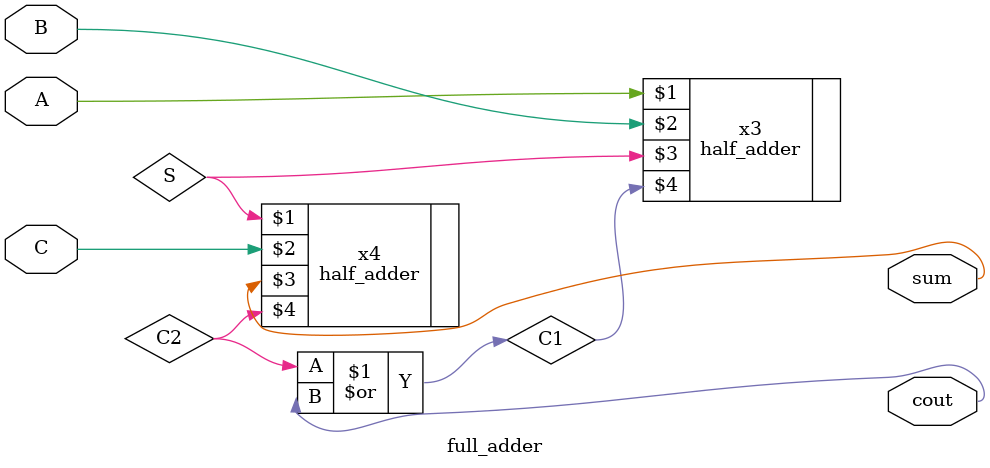
<source format=v>
module full_adder(A, B, C, sum, cout);

input A, B, C;
output sum, cout;
wire C1, S, C2;
half_adder x3(A, B, S, C1);
half_adder x4(S, C, sum, C2);
or orr(C1, C2, cout);

endmodule


</source>
